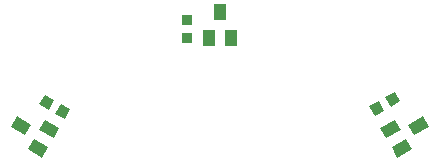
<source format=gbr>
G04 #@! TF.GenerationSoftware,KiCad,Pcbnew,5.1.5*
G04 #@! TF.CreationDate,2020-06-30T15:32:26-05:00*
G04 #@! TF.ProjectId,Encoder,456e636f-6465-4722-9e6b-696361645f70,rev?*
G04 #@! TF.SameCoordinates,Original*
G04 #@! TF.FileFunction,Paste,Top*
G04 #@! TF.FilePolarity,Positive*
%FSLAX46Y46*%
G04 Gerber Fmt 4.6, Leading zero omitted, Abs format (unit mm)*
G04 Created by KiCad (PCBNEW 5.1.5) date 2020-06-30 15:32:26*
%MOMM*%
%LPD*%
G04 APERTURE LIST*
%ADD10C,0.100000*%
%ADD11R,0.970000X0.920000*%
%ADD12R,1.000000X1.400000*%
G04 APERTURE END LIST*
D10*
G36*
X139161702Y-70542478D02*
G01*
X138676702Y-71382522D01*
X137879958Y-70922522D01*
X138364958Y-70082478D01*
X139161702Y-70542478D01*
G37*
G36*
X140504042Y-71317478D02*
G01*
X140019042Y-72157522D01*
X139222298Y-71697522D01*
X139707298Y-70857478D01*
X140504042Y-71317478D01*
G37*
D11*
X150368000Y-65291000D03*
X150368000Y-63741000D03*
D10*
G36*
X167647298Y-71128522D02*
G01*
X167162298Y-70288478D01*
X167959042Y-69828478D01*
X168444042Y-70668522D01*
X167647298Y-71128522D01*
G37*
G36*
X166304958Y-71903522D02*
G01*
X165819958Y-71063478D01*
X166616702Y-70603478D01*
X167101702Y-71443522D01*
X166304958Y-71903522D01*
G37*
G36*
X138129353Y-75414737D02*
G01*
X136916917Y-74714737D01*
X137416917Y-73848711D01*
X138629353Y-74548711D01*
X138129353Y-75414737D01*
G37*
G36*
X139079353Y-73769289D02*
G01*
X137866917Y-73069289D01*
X138366917Y-72203263D01*
X139579353Y-72903263D01*
X139079353Y-73769289D01*
G37*
G36*
X136697001Y-73490803D02*
G01*
X135484565Y-72790803D01*
X135984565Y-71924777D01*
X137197001Y-72624777D01*
X136697001Y-73490803D01*
G37*
D12*
X153162000Y-63119580D03*
X154112000Y-65322000D03*
X152212000Y-65322000D03*
D10*
G36*
X166744647Y-72903263D02*
G01*
X167957083Y-72203263D01*
X168457083Y-73069289D01*
X167244647Y-73769289D01*
X166744647Y-72903263D01*
G37*
G36*
X167694647Y-74548711D02*
G01*
X168907083Y-73848711D01*
X169407083Y-74714737D01*
X168194647Y-75414737D01*
X167694647Y-74548711D01*
G37*
G36*
X169126999Y-72624777D02*
G01*
X170339435Y-71924777D01*
X170839435Y-72790803D01*
X169626999Y-73490803D01*
X169126999Y-72624777D01*
G37*
M02*

</source>
